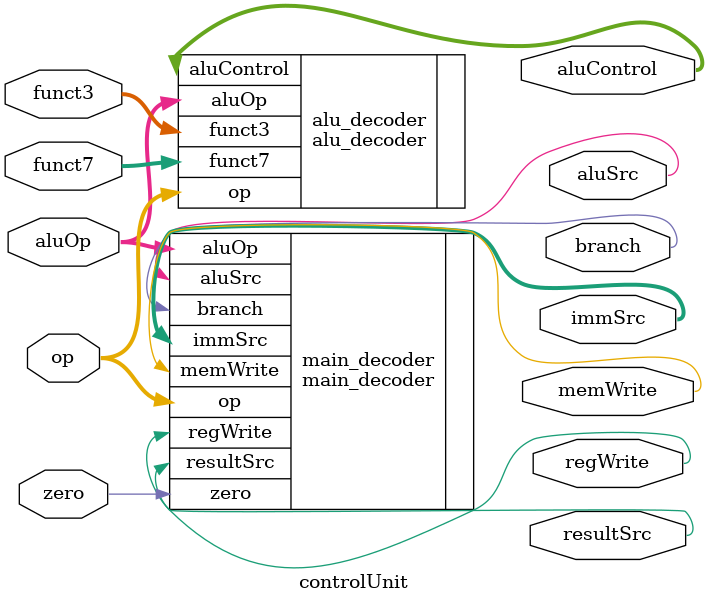
<source format=v>
`timescale 1ns / 1ps



//`include "ALU_Decoder.v"
//`include "Main_Decoder.v"




module controlUnit(
    input wire [1:0] aluOp,
    input wire [6:0] op, funct7,
    input wire [2:0] funct3,
    output [2:0] aluControl,
    input wire zero,
    //input wire [6:0] op,
    output regWrite, aluSrc, memWrite, resultSrc, branch, 
    output [1:0] immSrc//, aluOp
    );
    
    alu_decoder alu_decoder (
        .aluOp(aluOp), .op(op), .funct7(funct7), .funct3(funct3), .aluControl(aluControl)
    );
    
    main_decoder main_decoder (
        .zero(zero), .op(op), .regWrite(regWrite), .aluSrc(aluSrc), .memWrite(memWrite), .resultSrc(resultSrc), .branch(branch),
        .immSrc(immSrc), .aluOp(aluOp)
    );
endmodule
</source>
